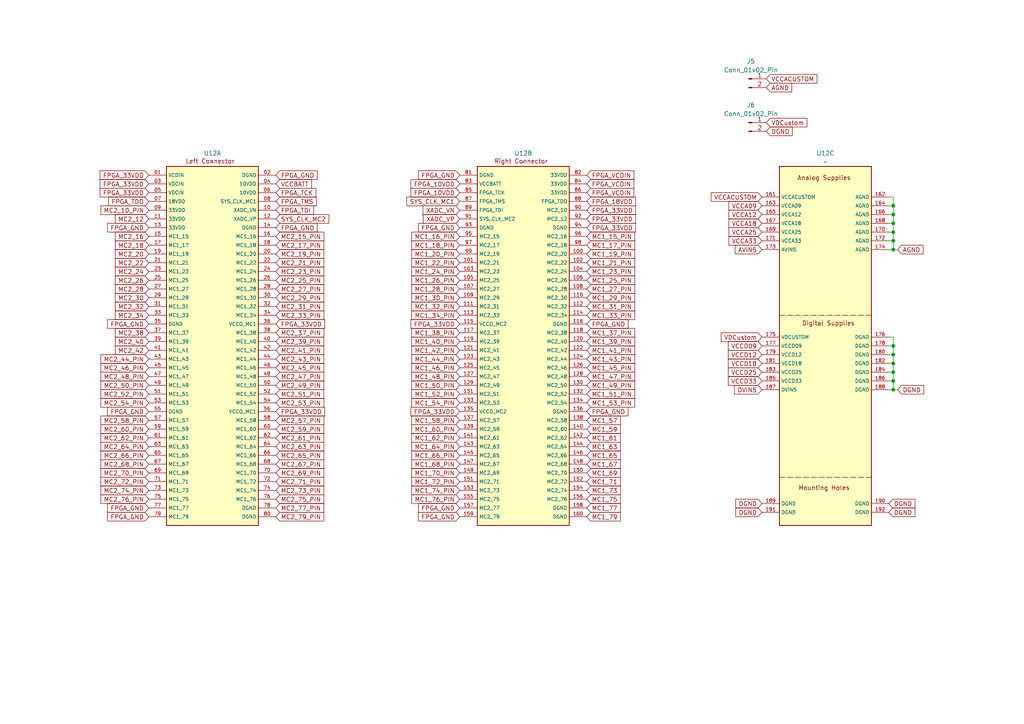
<source format=kicad_sch>
(kicad_sch (version 20231120) (generator "eeschema") (generator_version "8.0")
  (paper "A4")
  (junction (at 259.08 105.41))
  (junction (at 259.08 62.23))
  (junction (at 259.08 102.87))
  (junction (at 259.08 59.69))
  (junction (at 259.08 113.03))
  (junction (at 259.08 110.49))
  (junction (at 259.08 72.39))
  (junction (at 259.08 107.95))
  (junction (at 259.08 100.33))
  (junction (at 259.08 64.77))
  (junction (at 259.08 69.85))
  (junction (at 259.08 67.31))
  (wire (pts (xy 259.08 67.31) (xy 259.08 69.85)))
  (wire (pts (xy 257.81 62.23) (xy 259.08 62.23)))
  (wire (pts (xy 259.08 107.95) (xy 259.08 110.49)))
  (wire (pts (xy 259.08 113.03) (xy 260.35 113.03)))
  (wire (pts (xy 257.81 110.49) (xy 259.08 110.49)))
  (wire (pts (xy 259.08 59.69) (xy 259.08 62.23)))
  (wire (pts (xy 259.08 102.87) (xy 259.08 105.41)))
  (wire (pts (xy 257.81 113.03) (xy 259.08 113.03)))
  (wire (pts (xy 257.81 69.85) (xy 259.08 69.85)))
  (wire (pts (xy 257.81 107.95) (xy 259.08 107.95)))
  (wire (pts (xy 259.08 64.77) (xy 259.08 67.31)))
  (wire (pts (xy 259.08 110.49) (xy 259.08 113.03)))
  (wire (pts (xy 257.81 59.69) (xy 259.08 59.69)))
  (wire (pts (xy 257.81 97.79) (xy 259.08 97.79)))
  (wire (pts (xy 257.81 100.33) (xy 259.08 100.33)))
  (wire (pts (xy 259.08 57.15) (xy 259.08 59.69)))
  (wire (pts (xy 257.81 72.39) (xy 259.08 72.39)))
  (wire (pts (xy 259.08 100.33) (xy 259.08 102.87)))
  (wire (pts (xy 259.08 69.85) (xy 259.08 72.39)))
  (wire (pts (xy 259.08 105.41) (xy 259.08 107.95)))
  (wire (pts (xy 259.08 72.39) (xy 260.35 72.39)))
  (wire (pts (xy 257.81 57.15) (xy 259.08 57.15)))
  (wire (pts (xy 259.08 62.23) (xy 259.08 64.77)))
  (wire (pts (xy 257.81 105.41) (xy 259.08 105.41)))
  (wire (pts (xy 259.08 97.79) (xy 259.08 100.33)))
  (wire (pts (xy 257.81 64.77) (xy 259.08 64.77)))
  (wire (pts (xy 257.81 102.87) (xy 259.08 102.87)))
  (wire (pts (xy 257.81 67.31) (xy 259.08 67.31)))
  (global_label "MC1_27_PIN" (shape input) (at 170.18 83.82 0) (property "Intersheetrefs" "${INTERSHEET_REFS}" (effects (hide yes))))
  (global_label "MC1_39_PIN" (shape input) (at 170.18 99.06 0) (property "Intersheetrefs" "${INTERSHEET_REFS}" (effects (hide yes))))
  (global_label "MC1_63" (shape input) (at 170.18 129.54 0) (property "Intersheetrefs" "${INTERSHEET_REFS}" (effects (hide yes))))
  (global_label "MC2_32" (shape input) (at 43.18 88.9 180) (property "Intersheetrefs" "${INTERSHEET_REFS}" (effects (hide yes))))
  (global_label "MC2_65_PIN" (shape input) (at 80.01 132.08 0) (property "Intersheetrefs" "${INTERSHEET_REFS}" (effects (hide yes))))
  (global_label "MC2_10_PIN" (shape input) (at 43.18 60.96 180) (property "Intersheetrefs" "${INTERSHEET_REFS}" (effects (hide yes))))
  (global_label "FPGA_GND" (shape input) (at 80.01 66.04 0) (property "Intersheetrefs" "${INTERSHEET_REFS}" (effects (hide yes))))
  (global_label "MC1_79" (shape input) (at 170.18 149.86 0) (property "Intersheetrefs" "${INTERSHEET_REFS}" (effects (hide yes))))
  (global_label "MC2_54_PIN" (shape input) (at 43.18 116.84 180) (property "Intersheetrefs" "${INTERSHEET_REFS}" (effects (hide yes))))
  (global_label "VDCustom" (shape input) (at 220.98 97.79 180) (property "Intersheetrefs" "${INTERSHEET_REFS}" (effects (hide yes))))
  (global_label "MC2_46_PIN" (shape input) (at 43.18 106.68 180) (property "Intersheetrefs" "${INTERSHEET_REFS}" (effects (hide yes))))
  (global_label "MC2_44_PIN" (shape input) (at 43.18 104.14 180) (property "Intersheetrefs" "${INTERSHEET_REFS}" (effects (hide yes))))
  (global_label "MC2_60_PIN" (shape input) (at 43.18 124.46 180) (property "Intersheetrefs" "${INTERSHEET_REFS}" (effects (hide yes))))
  (global_label "MC2_19_PIN" (shape input) (at 80.01 73.66 0) (property "Intersheetrefs" "${INTERSHEET_REFS}" (effects (hide yes))))
  (global_label "MC1_77" (shape input) (at 170.18 147.32 0) (property "Intersheetrefs" "${INTERSHEET_REFS}" (effects (hide yes))))
  (global_label "MC1_28_PIN" (shape input) (at 133.35 83.82 180) (property "Intersheetrefs" "${INTERSHEET_REFS}" (effects (hide yes))))
  (global_label "VCCACUSTOM" (shape input) (at 222.25 22.86 0) (property "Intersheetrefs" "${INTERSHEET_REFS}" (effects (hide yes))))
  (global_label "FPGA_TDI" (shape input) (at 80.01 60.96 0) (property "Intersheetrefs" "${INTERSHEET_REFS}" (effects (hide yes))))
  (global_label "MC2_75_PIN" (shape input) (at 80.01 144.78 0) (property "Intersheetrefs" "${INTERSHEET_REFS}" (effects (hide yes))))
  (global_label "MC1_34_PIN" (shape input) (at 133.35 91.44 180) (property "Intersheetrefs" "${INTERSHEET_REFS}" (effects (hide yes))))
  (global_label "VCCA25" (shape input) (at 220.98 67.31 180) (property "Intersheetrefs" "${INTERSHEET_REFS}" (effects (hide yes))))
  (global_label "MC2_25_PIN" (shape input) (at 80.01 81.28 0) (property "Intersheetrefs" "${INTERSHEET_REFS}" (effects (hide yes))))
  (global_label "DGND" (shape input) (at 257.81 148.59 0) (property "Intersheetrefs" "${INTERSHEET_REFS}" (effects (hide yes))))
  (global_label "MC2_74_PIN" (shape input) (at 43.18 142.24 180) (property "Intersheetrefs" "${INTERSHEET_REFS}" (effects (hide yes))))
  (global_label "MC1_53_PIN" (shape input) (at 170.18 116.84 0) (property "Intersheetrefs" "${INTERSHEET_REFS}" (effects (hide yes))))
  (global_label "MC2_79_PIN" (shape input) (at 80.01 149.86 0) (property "Intersheetrefs" "${INTERSHEET_REFS}" (effects (hide yes))))
  (global_label "MC1_57" (shape input) (at 170.18 121.92 0) (property "Intersheetrefs" "${INTERSHEET_REFS}" (effects (hide yes))))
  (global_label "FPGA_33VDD" (shape input) (at 170.18 63.5 0) (property "Intersheetrefs" "${INTERSHEET_REFS}" (effects (hide yes))))
  (global_label "SYS_CLK_MC1" (shape input) (at 133.35 58.42 180) (property "Intersheetrefs" "${INTERSHEET_REFS}" (effects (hide yes))))
  (global_label "FPGA_GND" (shape input) (at 43.18 119.38 180) (property "Intersheetrefs" "${INTERSHEET_REFS}" (effects (hide yes))))
  (global_label "MC1_71" (shape input) (at 170.18 139.7 0) (property "Intersheetrefs" "${INTERSHEET_REFS}" (effects (hide yes))))
  (global_label "MC2_77_PIN" (shape input) (at 80.01 147.32 0) (property "Intersheetrefs" "${INTERSHEET_REFS}" (effects (hide yes))))
  (global_label "FPGA_GND" (shape input) (at 43.18 147.32 180) (property "Intersheetrefs" "${INTERSHEET_REFS}" (effects (hide yes))))
  (global_label "MC1_58_PIN" (shape input) (at 133.35 121.92 180) (property "Intersheetrefs" "${INTERSHEET_REFS}" (effects (hide yes))))
  (global_label "MC1_72_PIN" (shape input) (at 133.35 139.7 180) (property "Intersheetrefs" "${INTERSHEET_REFS}" (effects (hide yes))))
  (global_label "MC2_47_PIN" (shape input) (at 80.01 109.22 0) (property "Intersheetrefs" "${INTERSHEET_REFS}" (effects (hide yes))))
  (global_label "MC2_17_PIN" (shape input) (at 80.01 71.12 0) (property "Intersheetrefs" "${INTERSHEET_REFS}" (effects (hide yes))))
  (global_label "MC2_41_PIN" (shape input) (at 80.01 101.6 0) (property "Intersheetrefs" "${INTERSHEET_REFS}" (effects (hide yes))))
  (global_label "MC1_64_PIN" (shape input) (at 133.35 129.54 180) (property "Intersheetrefs" "${INTERSHEET_REFS}" (effects (hide yes))))
  (global_label "MC1_59" (shape input) (at 170.18 124.46 0) (property "Intersheetrefs" "${INTERSHEET_REFS}" (effects (hide yes))))
  (global_label "MC1_74_PIN" (shape input) (at 133.35 142.24 180) (property "Intersheetrefs" "${INTERSHEET_REFS}" (effects (hide yes))))
  (global_label "FPGA_33VDD" (shape input) (at 43.18 55.88 180) (property "Intersheetrefs" "${INTERSHEET_REFS}" (effects (hide yes))))
  (global_label "VCCD12" (shape input) (at 220.98 102.87 180) (property "Intersheetrefs" "${INTERSHEET_REFS}" (effects (hide yes))))
  (global_label "VCCA18" (shape input) (at 220.98 64.77 180) (property "Intersheetrefs" "${INTERSHEET_REFS}" (effects (hide yes))))
  (global_label "MC2_64_PIN" (shape input) (at 43.18 129.54 180) (property "Intersheetrefs" "${INTERSHEET_REFS}" (effects (hide yes))))
  (global_label "MC1_46_PIN" (shape input) (at 133.35 106.68 180) (property "Intersheetrefs" "${INTERSHEET_REFS}" (effects (hide yes))))
  (global_label "MC1_51_PIN" (shape input) (at 170.18 114.3 0) (property "Intersheetrefs" "${INTERSHEET_REFS}" (effects (hide yes))))
  (global_label "MC1_75" (shape input) (at 170.18 144.78 0) (property "Intersheetrefs" "${INTERSHEET_REFS}" (effects (hide yes))))
  (global_label "MC1_65" (shape input) (at 170.18 132.08 0) (property "Intersheetrefs" "${INTERSHEET_REFS}" (effects (hide yes))))
  (global_label "MC1_23_PIN" (shape input) (at 170.18 78.74 0) (property "Intersheetrefs" "${INTERSHEET_REFS}" (effects (hide yes))))
  (global_label "FPGA_TDO" (shape input) (at 43.18 58.42 180) (property "Intersheetrefs" "${INTERSHEET_REFS}" (effects (hide yes))))
  (global_label "MC1_29_PIN" (shape input) (at 170.18 86.36 0) (property "Intersheetrefs" "${INTERSHEET_REFS}" (effects (hide yes))))
  (global_label "FPGA_33VDD" (shape input) (at 43.18 50.8 180) (property "Intersheetrefs" "${INTERSHEET_REFS}" (effects (hide yes))))
  (global_label "MC1_60_PIN" (shape input) (at 133.35 124.46 180) (property "Intersheetrefs" "${INTERSHEET_REFS}" (effects (hide yes))))
  (global_label "AGND" (shape input) (at 222.25 25.4 0) (property "Intersheetrefs" "${INTERSHEET_REFS}" (effects (hide yes))))
  (global_label "MC2_53_PIN" (shape input) (at 80.01 116.84 0) (property "Intersheetrefs" "${INTERSHEET_REFS}" (effects (hide yes))))
  (global_label "MC2_70_PIN" (shape input) (at 43.18 137.16 180) (property "Intersheetrefs" "${INTERSHEET_REFS}" (effects (hide yes))))
  (global_label "MC2_18" (shape input) (at 43.18 71.12 180) (property "Intersheetrefs" "${INTERSHEET_REFS}" (effects (hide yes))))
  (global_label "MC1_24_PIN" (shape input) (at 133.35 78.74 180) (property "Intersheetrefs" "${INTERSHEET_REFS}" (effects (hide yes))))
  (global_label "MC1_40_PIN" (shape input) (at 133.35 99.06 180) (property "Intersheetrefs" "${INTERSHEET_REFS}" (effects (hide yes))))
  (global_label "MC1_20_PIN" (shape input) (at 133.35 73.66 180) (property "Intersheetrefs" "${INTERSHEET_REFS}" (effects (hide yes))))
  (global_label "FPGA_GND" (shape input) (at 133.35 66.04 180) (property "Intersheetrefs" "${INTERSHEET_REFS}" (effects (hide yes))))
  (global_label "MC1_68_PIN" (shape input) (at 133.35 134.62 180) (property "Intersheetrefs" "${INTERSHEET_REFS}" (effects (hide yes))))
  (global_label "MC2_40" (shape input) (at 43.18 99.06 180) (property "Intersheetrefs" "${INTERSHEET_REFS}" (effects (hide yes))))
  (global_label "MC2_22" (shape input) (at 43.18 76.2 180) (property "Intersheetrefs" "${INTERSHEET_REFS}" (effects (hide yes))))
  (global_label "FPGA_GND" (shape input) (at 133.35 149.86 180) (property "Intersheetrefs" "${INTERSHEET_REFS}" (effects (hide yes))))
  (global_label "MC1_38_PIN" (shape input) (at 133.35 96.52 180) (property "Intersheetrefs" "${INTERSHEET_REFS}" (effects (hide yes))))
  (global_label "VCCA09" (shape input) (at 220.98 59.69 180) (property "Intersheetrefs" "${INTERSHEET_REFS}" (effects (hide yes))))
  (global_label "FPGA_GND" (shape input) (at 43.18 66.04 180) (property "Intersheetrefs" "${INTERSHEET_REFS}" (effects (hide yes))))
  (global_label "MC1_45_PIN" (shape input) (at 170.18 106.68 0) (property "Intersheetrefs" "${INTERSHEET_REFS}" (effects (hide yes))))
  (global_label "MC2_43_PIN" (shape input) (at 80.01 104.14 0) (property "Intersheetrefs" "${INTERSHEET_REFS}" (effects (hide yes))))
  (global_label "MC1_49_PIN" (shape input) (at 170.18 111.76 0) (property "Intersheetrefs" "${INTERSHEET_REFS}" (effects (hide yes))))
  (global_label "MC2_21_PIN" (shape input) (at 80.01 76.2 0) (property "Intersheetrefs" "${INTERSHEET_REFS}" (effects (hide yes))))
  (global_label "SYS_CLK_MC2" (shape input) (at 80.01 63.5 0) (property "Intersheetrefs" "${INTERSHEET_REFS}" (effects (hide yes))))
  (global_label "MC2_38" (shape input) (at 43.18 96.52 180) (property "Intersheetrefs" "${INTERSHEET_REFS}" (effects (hide yes))))
  (global_label "VCCD09" (shape input) (at 220.98 100.33 180) (property "Intersheetrefs" "${INTERSHEET_REFS}" (effects (hide yes))))
  (global_label "VCCA33" (shape input) (at 220.98 69.85 180) (property "Intersheetrefs" "${INTERSHEET_REFS}" (effects (hide yes))))
  (global_label "MC1_22_PIN" (shape input) (at 133.35 76.2 180) (property "Intersheetrefs" "${INTERSHEET_REFS}" (effects (hide yes))))
  (global_label "FPGA_GND" (shape input) (at 133.35 147.32 180) (property "Intersheetrefs" "${INTERSHEET_REFS}" (effects (hide yes))))
  (global_label "DGND" (shape input) (at 257.81 146.05 0) (property "Intersheetrefs" "${INTERSHEET_REFS}" (effects (hide yes))))
  (global_label "MC1_50_PIN" (shape input) (at 133.35 111.76 180) (property "Intersheetrefs" "${INTERSHEET_REFS}" (effects (hide yes))))
  (global_label "DGND" (shape input) (at 220.98 146.05 180) (property "Intersheetrefs" "${INTERSHEET_REFS}" (effects (hide yes))))
  (global_label "MC1_41_PIN" (shape input) (at 170.18 101.6 0) (property "Intersheetrefs" "${INTERSHEET_REFS}" (effects (hide yes))))
  (global_label "FPGA_33VDD" (shape input) (at 43.18 53.34 180) (property "Intersheetrefs" "${INTERSHEET_REFS}" (effects (hide yes))))
  (global_label "MC1_76_PIN" (shape input) (at 133.35 144.78 180) (property "Intersheetrefs" "${INTERSHEET_REFS}" (effects (hide yes))))
  (global_label "MC1_26_PIN" (shape input) (at 133.35 81.28 180) (property "Intersheetrefs" "${INTERSHEET_REFS}" (effects (hide yes))))
  (global_label "MC2_15_PIN" (shape input) (at 80.01 68.58 0) (property "Intersheetrefs" "${INTERSHEET_REFS}" (effects (hide yes))))
  (global_label "MC2_68_PIN" (shape input) (at 43.18 134.62 180) (property "Intersheetrefs" "${INTERSHEET_REFS}" (effects (hide yes))))
  (global_label "FPGA_33VDD" (shape input) (at 170.18 60.96 0) (property "Intersheetrefs" "${INTERSHEET_REFS}" (effects (hide yes))))
  (global_label "MC2_48_PIN" (shape input) (at 43.18 109.22 180) (property "Intersheetrefs" "${INTERSHEET_REFS}" (effects (hide yes))))
  (global_label "FPGA_VCDIN" (shape input) (at 170.18 53.34 0) (property "Intersheetrefs" "${INTERSHEET_REFS}" (effects (hide yes))))
  (global_label "FPGA_33VDD" (shape input) (at 133.35 119.38 180) (property "Intersheetrefs" "${INTERSHEET_REFS}" (effects (hide yes))))
  (global_label "MC2_76_PIN" (shape input) (at 43.18 144.78 180) (property "Intersheetrefs" "${INTERSHEET_REFS}" (effects (hide yes))))
  (global_label "XADC_VP" (shape input) (at 133.35 63.5 180) (property "Intersheetrefs" "${INTERSHEET_REFS}" (effects (hide yes))))
  (global_label "FPGA_GND" (shape input) (at 43.18 149.86 180) (property "Intersheetrefs" "${INTERSHEET_REFS}" (effects (hide yes))))
  (global_label "AVIN5" (shape input) (at 220.98 72.39 180) (property "Intersheetrefs" "${INTERSHEET_REFS}" (effects (hide yes))))
  (global_label "MC1_31_PIN" (shape input) (at 170.18 88.9 0) (property "Intersheetrefs" "${INTERSHEET_REFS}" (effects (hide yes))))
  (global_label "FPGA_10VDD" (shape input) (at 133.35 55.88 180) (property "Intersheetrefs" "${INTERSHEET_REFS}" (effects (hide yes))))
  (global_label "MC1_15_PIN" (shape input) (at 170.18 68.58 0) (property "Intersheetrefs" "${INTERSHEET_REFS}" (effects (hide yes))))
  (global_label "MC2_52_PIN" (shape input) (at 43.18 114.3 180) (property "Intersheetrefs" "${INTERSHEET_REFS}" (effects (hide yes))))
  (global_label "MC2_26" (shape input) (at 43.18 81.28 180) (property "Intersheetrefs" "${INTERSHEET_REFS}" (effects (hide yes))))
  (global_label "MC2_37_PIN" (shape input) (at 80.01 96.52 0) (property "Intersheetrefs" "${INTERSHEET_REFS}" (effects (hide yes))))
  (global_label "FPGA_GND" (shape input) (at 170.18 93.98 0) (property "Intersheetrefs" "${INTERSHEET_REFS}" (effects (hide yes))))
  (global_label "DGND" (shape input) (at 220.98 148.59 180) (property "Intersheetrefs" "${INTERSHEET_REFS}" (effects (hide yes))))
  (global_label "MC1_19_PIN" (shape input) (at 170.18 73.66 0) (property "Intersheetrefs" "${INTERSHEET_REFS}" (effects (hide yes))))
  (global_label "MC2_31_PIN" (shape input) (at 80.01 88.9 0) (property "Intersheetrefs" "${INTERSHEET_REFS}" (effects (hide yes))))
  (global_label "MC1_54_PIN" (shape input) (at 133.35 116.84 180) (property "Intersheetrefs" "${INTERSHEET_REFS}" (effects (hide yes))))
  (global_label "MC2_58_PIN" (shape input) (at 43.18 121.92 180) (property "Intersheetrefs" "${INTERSHEET_REFS}" (effects (hide yes))))
  (global_label "VCCD18" (shape input) (at 220.98 105.41 180) (property "Intersheetrefs" "${INTERSHEET_REFS}" (effects (hide yes))))
  (global_label "MC1_16_PIN" (shape input) (at 133.35 68.58 180) (property "Intersheetrefs" "${INTERSHEET_REFS}" (effects (hide yes))))
  (global_label "DVIN5" (shape input) (at 220.98 113.03 180) (property "Intersheetrefs" "${INTERSHEET_REFS}" (effects (hide yes))))
  (global_label "FPGA_VCDIN" (shape input) (at 170.18 55.88 0) (property "Intersheetrefs" "${INTERSHEET_REFS}" (effects (hide yes))))
  (global_label "DGND" (shape input) (at 222.25 38.1 0) (property "Intersheetrefs" "${INTERSHEET_REFS}" (effects (hide yes))))
  (global_label "MC2_16" (shape input) (at 43.18 68.58 180) (property "Intersheetrefs" "${INTERSHEET_REFS}" (effects (hide yes))))
  (global_label "MC1_37_PIN" (shape input) (at 170.18 96.52 0) (property "Intersheetrefs" "${INTERSHEET_REFS}" (effects (hide yes))))
  (global_label "MC2_24" (shape input) (at 43.18 78.74 180) (property "Intersheetrefs" "${INTERSHEET_REFS}" (effects (hide yes))))
  (global_label "MC2_51_PIN" (shape input) (at 80.01 114.3 0) (property "Intersheetrefs" "${INTERSHEET_REFS}" (effects (hide yes))))
  (global_label "MC1_32_PIN" (shape input) (at 133.35 88.9 180) (property "Intersheetrefs" "${INTERSHEET_REFS}" (effects (hide yes))))
  (global_label "FPGA_33VDD" (shape input) (at 170.18 66.04 0) (property "Intersheetrefs" "${INTERSHEET_REFS}" (effects (hide yes))))
  (global_label "FPGA_GND" (shape input) (at 133.35 50.8 180) (property "Intersheetrefs" "${INTERSHEET_REFS}" (effects (hide yes))))
  (global_label "MC1_44_PIN" (shape input) (at 133.35 104.14 180) (property "Intersheetrefs" "${INTERSHEET_REFS}" (effects (hide yes))))
  (global_label "MC2_29_PIN" (shape input) (at 80.01 86.36 0) (property "Intersheetrefs" "${INTERSHEET_REFS}" (effects (hide yes))))
  (global_label "MC2_63_PIN" (shape input) (at 80.01 129.54 0) (property "Intersheetrefs" "${INTERSHEET_REFS}" (effects (hide yes))))
  (global_label "VCCA12" (shape input) (at 220.98 62.23 180) (property "Intersheetrefs" "${INTERSHEET_REFS}" (effects (hide yes))))
  (global_label "MC1_33_PIN" (shape input) (at 170.18 91.44 0) (property "Intersheetrefs" "${INTERSHEET_REFS}" (effects (hide yes))))
  (global_label "MC2_61_PIN" (shape input) (at 80.01 127 0) (property "Intersheetrefs" "${INTERSHEET_REFS}" (effects (hide yes))))
  (global_label "MC2_39_PIN" (shape input) (at 80.01 99.06 0) (property "Intersheetrefs" "${INTERSHEET_REFS}" (effects (hide yes))))
  (global_label "MC1_61" (shape input) (at 170.18 127 0) (property "Intersheetrefs" "${INTERSHEET_REFS}" (effects (hide yes))))
  (global_label "VDCustom" (shape input) (at 222.25 35.56 0) (property "Intersheetrefs" "${INTERSHEET_REFS}" (effects (hide yes))))
  (global_label "AGND" (shape input) (at 260.35 72.39 0) (property "Intersheetrefs" "${INTERSHEET_REFS}" (effects (hide yes))))
  (global_label "MC1_25_PIN" (shape input) (at 170.18 81.28 0) (property "Intersheetrefs" "${INTERSHEET_REFS}" (effects (hide yes))))
  (global_label "MC2_62_PIN" (shape input) (at 43.18 127 180) (property "Intersheetrefs" "${INTERSHEET_REFS}" (effects (hide yes))))
  (global_label "MC1_70_PIN" (shape input) (at 133.35 137.16 180) (property "Intersheetrefs" "${INTERSHEET_REFS}" (effects (hide yes))))
  (global_label "FPGA_33VDD" (shape input) (at 80.01 93.98 0) (property "Intersheetrefs" "${INTERSHEET_REFS}" (effects (hide yes))))
  (global_label "MC1_69" (shape input) (at 170.18 137.16 0) (property "Intersheetrefs" "${INTERSHEET_REFS}" (effects (hide yes))))
  (global_label "MC1_66_PIN" (shape input) (at 133.35 132.08 180) (property "Intersheetrefs" "${INTERSHEET_REFS}" (effects (hide yes))))
  (global_label "MC2_72_PIN" (shape input) (at 43.18 139.7 180) (property "Intersheetrefs" "${INTERSHEET_REFS}" (effects (hide yes))))
  (global_label "MC2_42" (shape input) (at 43.18 101.6 180) (property "Intersheetrefs" "${INTERSHEET_REFS}" (effects (hide yes))))
  (global_label "FPGA_VCDIN" (shape input) (at 170.18 50.8 0) (property "Intersheetrefs" "${INTERSHEET_REFS}" (effects (hide yes))))
  (global_label "MC2_23_PIN" (shape input) (at 80.01 78.74 0) (property "Intersheetrefs" "${INTERSHEET_REFS}" (effects (hide yes))))
  (global_label "MC2_34" (shape input) (at 43.18 91.44 180) (property "Intersheetrefs" "${INTERSHEET_REFS}" (effects (hide yes))))
  (global_label "MC1_43_PIN" (shape input) (at 170.18 104.14 0) (property "Intersheetrefs" "${INTERSHEET_REFS}" (effects (hide yes))))
  (global_label "FPGA_33VDD" (shape input) (at 133.35 93.98 180) (property "Intersheetrefs" "${INTERSHEET_REFS}" (effects (hide yes))))
  (global_label "VCCD33" (shape input) (at 220.98 110.49 180) (property "Intersheetrefs" "${INTERSHEET_REFS}" (effects (hide yes))))
  (global_label "MC1_67" (shape input) (at 170.18 134.62 0) (property "Intersheetrefs" "${INTERSHEET_REFS}" (effects (hide yes))))
  (global_label "MC1_62_PIN" (shape input) (at 133.35 127 180) (property "Intersheetrefs" "${INTERSHEET_REFS}" (effects (hide yes))))
  (global_label "DGND" (shape input) (at 260.35 113.03 0) (property "Intersheetrefs" "${INTERSHEET_REFS}" (effects (hide yes))))
  (global_label "MC2_69_PIN" (shape input) (at 80.01 137.16 0) (property "Intersheetrefs" "${INTERSHEET_REFS}" (effects (hide yes))))
  (global_label "FPGA_GND" (shape input) (at 170.18 119.38 0) (property "Intersheetrefs" "${INTERSHEET_REFS}" (effects (hide yes))))
  (global_label "MC1_18_PIN" (shape input) (at 133.35 71.12 180) (property "Intersheetrefs" "${INTERSHEET_REFS}" (effects (hide yes))))
  (global_label "MC2_57_PIN" (shape input) (at 80.01 121.92 0) (property "Intersheetrefs" "${INTERSHEET_REFS}" (effects (hide yes))))
  (global_label "MC2_49_PIN" (shape input) (at 80.01 111.76 0) (property "Intersheetrefs" "${INTERSHEET_REFS}" (effects (hide yes))))
  (global_label "MC2_67_PIN" (shape input) (at 80.01 134.62 0) (property "Intersheetrefs" "${INTERSHEET_REFS}" (effects (hide yes))))
  (global_label "FPGA_TCK" (shape input) (at 80.01 55.88 0) (property "Intersheetrefs" "${INTERSHEET_REFS}" (effects (hide yes))))
  (global_label "MC2_45_PIN" (shape input) (at 80.01 106.68 0) (property "Intersheetrefs" "${INTERSHEET_REFS}" (effects (hide yes))))
  (global_label "MC2_30" (shape input) (at 43.18 86.36 180) (property "Intersheetrefs" "${INTERSHEET_REFS}" (effects (hide yes))))
  (global_label "FPGA_10VDD" (shape input) (at 133.35 53.34 180) (property "Intersheetrefs" "${INTERSHEET_REFS}" (effects (hide yes))))
  (global_label "MC2_66_PIN" (shape input) (at 43.18 132.08 180) (property "Intersheetrefs" "${INTERSHEET_REFS}" (effects (hide yes))))
  (global_label "MC1_73" (shape input) (at 170.18 142.24 0) (property "Intersheetrefs" "${INTERSHEET_REFS}" (effects (hide yes))))
  (global_label "MC2_50_PIN" (shape input) (at 43.18 111.76 180) (property "Intersheetrefs" "${INTERSHEET_REFS}" (effects (hide yes))))
  (global_label "MC1_21_PIN" (shape input) (at 170.18 76.2 0) (property "Intersheetrefs" "${INTERSHEET_REFS}" (effects (hide yes))))
  (global_label "MC2_27_PIN" (shape input) (at 80.01 83.82 0) (property "Intersheetrefs" "${INTERSHEET_REFS}" (effects (hide yes))))
  (global_label "VCCD25" (shape input) (at 220.98 107.95 180) (property "Intersheetrefs" "${INTERSHEET_REFS}" (effects (hide yes))))
  (global_label "VCCACUSTOM" (shape input) (at 220.98 57.15 180) (property "Intersheetrefs" "${INTERSHEET_REFS}" (effects (hide yes))))
  (global_label "FPGA_TMS" (shape input) (at 80.01 58.42 0) (property "Intersheetrefs" "${INTERSHEET_REFS}" (effects (hide yes))))
  (global_label "VCCBATT" (shape input) (at 80.01 53.34 0) (property "Intersheetrefs" "${INTERSHEET_REFS}" (effects (hide yes))))
  (global_label "MC2_73_PIN" (shape input) (at 80.01 142.24 0) (property "Intersheetrefs" "${INTERSHEET_REFS}" (effects (hide yes))))
  (global_label "FPGA_18VDD" (shape input) (at 170.18 58.42 0) (property "Intersheetrefs" "${INTERSHEET_REFS}" (effects (hide yes))))
  (global_label "MC2_71_PIN" (shape input) (at 80.01 139.7 0) (property "Intersheetrefs" "${INTERSHEET_REFS}" (effects (hide yes))))
  (global_label "MC1_48_PIN" (shape input) (at 133.35 109.22 180) (property "Intersheetrefs" "${INTERSHEET_REFS}" (effects (hide yes))))
  (global_label "MC2_28" (shape input) (at 43.18 83.82 180) (property "Intersheetrefs" "${INTERSHEET_REFS}" (effects (hide yes))))
  (global_label "MC2_33_PIN" (shape input) (at 80.01 91.44 0) (property "Intersheetrefs" "${INTERSHEET_REFS}" (effects (hide yes))))
  (global_label "MC1_52_PIN" (shape input) (at 133.35 114.3 180) (property "Intersheetrefs" "${INTERSHEET_REFS}" (effects (hide yes))))
  (global_label "MC1_42_PIN" (shape input) (at 133.35 101.6 180) (property "Intersheetrefs" "${INTERSHEET_REFS}" (effects (hide yes))))
  (global_label "MC2_12" (shape input) (at 43.18 63.5 180) (property "Intersheetrefs" "${INTERSHEET_REFS}" (effects (hide yes))))
  (global_label "MC1_17_PIN" (shape input) (at 170.18 71.12 0) (property "Intersheetrefs" "${INTERSHEET_REFS}" (effects (hide yes))))
  (global_label "MC2_59_PIN" (shape input) (at 80.01 124.46 0) (property "Intersheetrefs" "${INTERSHEET_REFS}" (effects (hide yes))))
  (global_label "FPGA_33VDD" (shape input) (at 80.01 119.38 0) (property "Intersheetrefs" "${INTERSHEET_REFS}" (effects (hide yes))))
  (global_label "XADC_VN" (shape input) (at 133.35 60.96 180) (property "Intersheetrefs" "${INTERSHEET_REFS}" (effects (hide yes))))
  (global_label "MC1_47_PIN" (shape input) (at 170.18 109.22 0) (property "Intersheetrefs" "${INTERSHEET_REFS}" (effects (hide yes))))
  (global_label "MC1_30_PIN" (shape input) (at 133.35 86.36 180) (property "Intersheetrefs" "${INTERSHEET_REFS}" (effects (hide yes))))
  (global_label "FPGA_GND" (shape input) (at 43.18 93.98 180) (property "Intersheetrefs" "${INTERSHEET_REFS}" (effects (hide yes))))
  (global_label "FPGA_GND" (shape input) (at 80.01 50.8 0) (property "Intersheetrefs" "${INTERSHEET_REFS}" (effects (hide yes))))
  (global_label "MC2_20" (shape input) (at 43.18 73.66 180) (property "Intersheetrefs" "${INTERSHEET_REFS}" (effects (hide yes))))
  (symbol (lib_id "Connector:Conn_01x02_Pin") (at 217.17 22.86 0) (unit 1)
    (property "Reference" "J5" (at 217.805 17.78 0))
    (property "Value" "Conn_01x02_Pin" (at 217.805 20.32 0))
    (property "Footprint" "Connector_PinHeader_2.54mm:PinHeader_1x02_P2.54mm_Horizontal" (effects (hide yes)))
    (property "Description" "Generic connector, single row, 01x02, script generated" (effects (hide yes)))
  )
  (symbol (lib_name "Power_Board_2") (lib_id "avlsi_preferred_parts:Power_Board") (at 151.13 100.33 0) (unit 2)
    (property "Reference" "U12" (at 151.765 44.45 0))
    (property "Value" "~" (at 151.765 46.99 0))
    (property "Footprint" "avlsi_preferred_parts:power_board" (effects (hide yes)))
  )
  (symbol (lib_id "avlsi_preferred_parts:Power_Board") (at 238.76 100.33 0) (unit 3)
    (property "Reference" "U12" (at 239.395 44.45 0))
    (property "Value" "~" (at 239.395 46.99 0))
    (property "Footprint" "avlsi_preferred_parts:power_board" (effects (hide yes)))
  )
  (symbol (lib_id "Connector:Conn_01x02_Pin") (at 217.17 35.56 0) (unit 1)
    (property "Reference" "J6" (at 217.805 30.48 0))
    (property "Value" "Conn_01x02_Pin" (at 217.805 33.02 0))
    (property "Footprint" "Connector_PinHeader_2.54mm:PinHeader_1x02_P2.54mm_Horizontal" (effects (hide yes)))
    (property "Description" "Generic connector, single row, 01x02, script generated" (effects (hide yes)))
  )
  (symbol (lib_name "Power_Board_1") (lib_id "avlsi_preferred_parts:Power_Board") (at 60.96 100.33 0) (unit 1)
    (property "Reference" "U12" (at 61.595 44.45 0))
    (property "Value" "~" (at 61.595 46.99 0))
    (property "Footprint" "avlsi_preferred_parts:power_board" (effects (hide yes)))
  )
)
</source>
